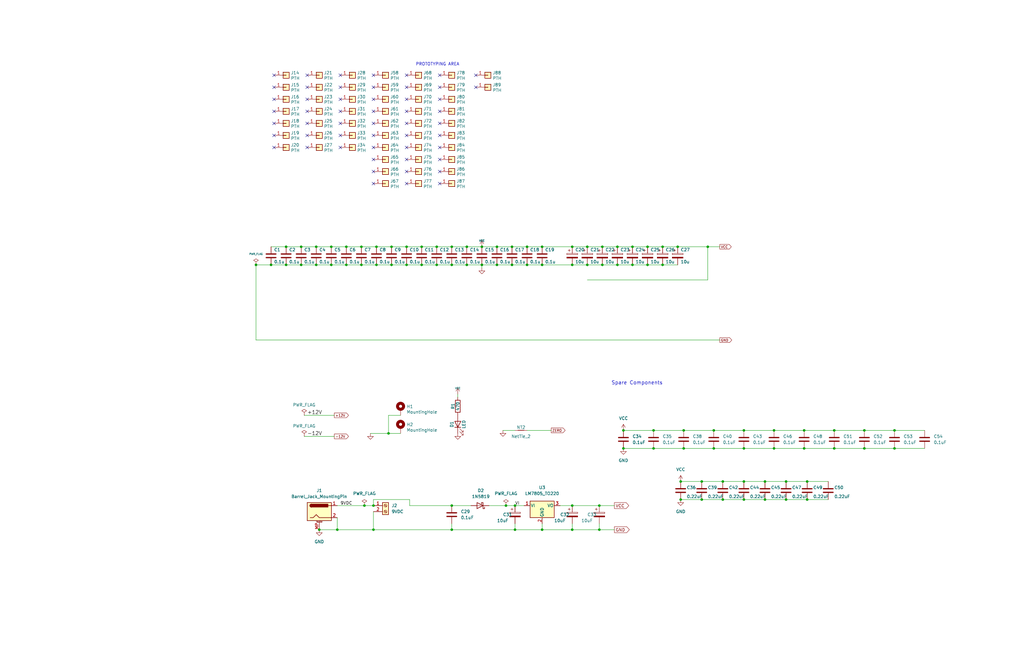
<source format=kicad_sch>
(kicad_sch (version 20211123) (generator eeschema)
  (paper "B")
  (lib_symbols
    (symbol "Connector:Barrel_Jack_MountingPin" (pin_names hide)
      (property "Reference" "J" (at 0 5.334 0))
      (property "Value" "Barrel_Jack_MountingPin" (at 1.27 -6.35 0))
      (symbol "Barrel_Jack_MountingPin_0_1"
        (rectangle (start -5.08 3.81) (end 5.08 -3.81) (stroke (width 0.254)) (fill (type background)))
        (arc (start -3.302 3.175) (mid -3.937 2.54) (end -3.302 1.905) (stroke (width 0.254)))
        (arc (start -3.302 3.175) (mid -3.937 2.54) (end -3.302 1.905) (stroke (width 0.254)) (fill (type outline)))
        (polyline (pts (xy 5.08 2.54) (xy 3.81 2.54)) (stroke (width 0.254)))
        (polyline (pts (xy -3.81 -2.54) (xy -2.54 -2.54) (xy -1.27 -1.27) (xy 0 -2.54) (xy 2.54 -2.54) (xy 5.08 -2.54)) (stroke (width 0.254)))
        (rectangle (start 3.683 3.175) (end -3.302 1.905) (stroke (width 0.254)) (fill (type outline)))
      )
      (symbol "Barrel_Jack_MountingPin_1_1"
        (polyline (pts (xy -1.016 -4.572) (xy 1.016 -4.572)) (stroke (width 0.1524)))
        (text "Mounting" (at 0 -4.191 0) (effects (font (size 0.381 0.381))))
        (pin passive line (at 7.62 2.54 180) (length 2.54) (name "~") (number "1"))
        (pin passive line (at 7.62 -2.54 180) (length 2.54) (name "~") (number "2"))
        (pin passive line (at 0 -7.62 90) (length 3.048) (name "MountPin") (number "MP"))
      )
    )
    (symbol "Connector:Screw_Terminal_01x02" (pin_names (offset 1.016) hide)
      (property "Reference" "J" (at 0 2.54 0))
      (property "Value" "Screw_Terminal_01x02" (at 0 -5.08 0))
      (symbol "Screw_Terminal_01x02_1_1"
        (rectangle (start -1.27 1.27) (end 1.27 -3.81) (stroke (width 0.254)) (fill (type background)))
        (circle (center 0 -2.54) (radius 0.635) (stroke (width 0.1524)))
        (polyline (pts (xy -0.5334 -2.2098) (xy 0.3302 -3.048)) (stroke (width 0.1524)))
        (polyline (pts (xy -0.5334 0.3302) (xy 0.3302 -0.508)) (stroke (width 0.1524)))
        (polyline (pts (xy -0.3556 -2.032) (xy 0.508 -2.8702)) (stroke (width 0.1524)))
        (polyline (pts (xy -0.3556 0.508) (xy 0.508 -0.3302)) (stroke (width 0.1524)))
        (circle (center 0 0) (radius 0.635) (stroke (width 0.1524)))
        (pin passive line (at -5.08 0 0) (length 3.81) (name "Pin_1") (number "1"))
        (pin passive line (at -5.08 -2.54 0) (length 3.81) (name "Pin_2") (number "2"))
      )
    )
    (symbol "Connector_Generic:Conn_01x01" (pin_names (offset 1.016) hide)
      (property "Reference" "J" (at 0 2.54 0))
      (property "Value" "Conn_01x01" (at 0 -2.54 0))
      (symbol "Conn_01x01_1_1"
        (rectangle (start -1.27 0.127) (end 0 -0.127) (stroke (width 0.1524)))
        (rectangle (start -1.27 1.27) (end 1.27 -1.27) (stroke (width 0.254)) (fill (type background)))
        (pin passive line (at -5.08 0 0) (length 3.81) (name "Pin_1") (number "1"))
      )
    )
    (symbol "Device:C" (pin_numbers hide) (pin_names (offset 0.254))
      (property "Reference" "C" (at 0.635 2.54 0))
      (property "Value" "C" (at 0.635 -2.54 0))
      (symbol "C_0_1"
        (polyline (pts (xy -2.032 -0.762) (xy 2.032 -0.762)) (stroke (width 0.508)))
        (polyline (pts (xy -2.032 0.762) (xy 2.032 0.762)) (stroke (width 0.508)))
      )
      (symbol "C_1_1"
        (pin passive line (at 0 3.81 270) (length 2.794) (name "~") (number "1"))
        (pin passive line (at 0 -3.81 90) (length 2.794) (name "~") (number "2"))
      )
    )
    (symbol "Device:C_Polarized" (pin_numbers hide) (pin_names (offset 0.254))
      (property "Reference" "C" (at 0.635 2.54 0))
      (property "Value" "C_Polarized" (at 0.635 -2.54 0))
      (symbol "C_Polarized_0_1"
        (rectangle (start -2.286 0.508) (end 2.286 1.016))
        (polyline (pts (xy -1.778 2.286) (xy -0.762 2.286)))
        (polyline (pts (xy -1.27 2.794) (xy -1.27 1.778)))
        (rectangle (start 2.286 -0.508) (end -2.286 -1.016) (fill (type outline)))
      )
      (symbol "C_Polarized_1_1"
        (pin passive line (at 0 3.81 270) (length 2.794) (name "~") (number "1"))
        (pin passive line (at 0 -3.81 90) (length 2.794) (name "~") (number "2"))
      )
    )
    (symbol "Device:LED" (pin_numbers hide) (pin_names (offset 1.016) hide)
      (property "Reference" "D" (at 0 2.54 0))
      (property "Value" "LED" (at 0 -2.54 0))
      (symbol "LED_0_1"
        (polyline (pts (xy -1.27 -1.27) (xy -1.27 1.27)) (stroke (width 0.254)))
        (polyline (pts (xy -1.27 0) (xy 1.27 0)))
        (polyline (pts (xy 1.27 -1.27) (xy 1.27 1.27) (xy -1.27 0) (xy 1.27 -1.27)) (stroke (width 0.254)))
        (polyline (pts (xy -3.048 -0.762) (xy -4.572 -2.286) (xy -3.81 -2.286) (xy -4.572 -2.286) (xy -4.572 -1.524)))
        (polyline (pts (xy -1.778 -0.762) (xy -3.302 -2.286) (xy -2.54 -2.286) (xy -3.302 -2.286) (xy -3.302 -1.524)))
      )
      (symbol "LED_1_1"
        (pin passive line (at -3.81 0 0) (length 2.54) (name "K") (number "1"))
        (pin passive line (at 3.81 0 180) (length 2.54) (name "A") (number "2"))
      )
    )
    (symbol "Device:NetTie_2" (pin_numbers hide) (pin_names (offset 0) hide) (in_bom no)
      (property "Reference" "NT" (at 0 1.27 0))
      (property "Value" "NetTie_2" (at 0 -1.27 0))
      (symbol "NetTie_2_0_1"
        (polyline (pts (xy -1.27 0) (xy 1.27 0)) (stroke (width 0.254)))
      )
      (symbol "NetTie_2_1_1"
        (pin passive line (at -2.54 0 0) (length 2.54) (name "1") (number "1"))
        (pin passive line (at 2.54 0 180) (length 2.54) (name "2") (number "2"))
      )
    )
    (symbol "Device:R" (pin_numbers hide) (pin_names (offset 0))
      (property "Reference" "R" (at 2.032 0 90))
      (property "Value" "R" (at 0 0 90))
      (symbol "R_0_1"
        (rectangle (start -1.016 -2.54) (end 1.016 2.54) (stroke (width 0.254)))
      )
      (symbol "R_1_1"
        (pin passive line (at 0 3.81 270) (length 1.27) (name "~") (number "1"))
        (pin passive line (at 0 -3.81 90) (length 1.27) (name "~") (number "2"))
      )
    )
    (symbol "Diode:1N5819" (pin_numbers hide) (pin_names (offset 1.016) hide)
      (property "Reference" "D" (at 0 2.54 0))
      (property "Value" "1N5819" (at 0 -2.54 0))
      (symbol "1N5819_0_1"
        (polyline (pts (xy 1.27 0) (xy -1.27 0)))
        (polyline (pts (xy 1.27 1.27) (xy 1.27 -1.27) (xy -1.27 0) (xy 1.27 1.27)) (stroke (width 0.254)))
        (polyline (pts (xy -1.905 0.635) (xy -1.905 1.27) (xy -1.27 1.27) (xy -1.27 -1.27) (xy -0.635 -1.27) (xy -0.635 -0.635)) (stroke (width 0.254)))
      )
      (symbol "1N5819_1_1"
        (pin passive line (at -3.81 0 0) (length 2.54) (name "K") (number "1"))
        (pin passive line (at 3.81 0 180) (length 2.54) (name "A") (number "2"))
      )
    )
    (symbol "Mechanical:MountingHole_Pad" (pin_numbers hide) (pin_names (offset 1.016) hide)
      (property "Reference" "H" (at 0 6.35 0))
      (property "Value" "MountingHole_Pad" (at 0 4.445 0))
      (symbol "MountingHole_Pad_0_1"
        (circle (center 0 1.27) (radius 1.27) (stroke (width 1.27)))
      )
      (symbol "MountingHole_Pad_1_1"
        (pin input line (at 0 -2.54 90) (length 2.54) (name "1") (number "1"))
      )
    )
    (symbol "Regulator_Linear:LM7805_TO220" (pin_names (offset 0.254))
      (property "Reference" "U" (at -3.81 3.175 0))
      (property "Value" "LM7805_TO220" (at 0 3.175 0))
      (symbol "LM7805_TO220_0_1"
        (rectangle (start -5.08 1.905) (end 5.08 -5.08) (stroke (width 0.254)) (fill (type background)))
      )
      (symbol "LM7805_TO220_1_1"
        (pin power_in line (at -7.62 0 0) (length 2.54) (name "VI") (number "1"))
        (pin power_in line (at 0 -7.62 90) (length 2.54) (name "GND") (number "2"))
        (pin power_out line (at 7.62 0 180) (length 2.54) (name "VO") (number "3"))
      )
    )
    (symbol "power:GND" (power) (pin_names (offset 0))
      (property "Value" "GND" (at 0 -3.81 0))
      (symbol "GND_0_1"
        (polyline (pts (xy 0 0) (xy 0 -1.27) (xy 1.27 -1.27) (xy 0 -2.54) (xy -1.27 -1.27) (xy 0 -1.27)))
      )
      (symbol "GND_1_1"
        (pin power_in line (at 0 0 270) (length 0) hide (name "GND") (number "1"))
      )
    )
    (symbol "power:PWR_FLAG" (power) (pin_numbers hide) (pin_names (offset 0) hide)
      (property "Value" "PWR_FLAG" (at 0 3.81 0))
      (symbol "PWR_FLAG_0_0"
        (pin power_out line (at 0 0 90) (length 0) (name "pwr") (number "1"))
      )
      (symbol "PWR_FLAG_0_1"
        (polyline (pts (xy 0 0) (xy 0 1.27) (xy -1.016 1.905) (xy 0 2.54) (xy 1.016 1.905) (xy 0 1.27)))
      )
    )
    (symbol "power:VCC" (power) (pin_names (offset 0))
      (property "Value" "VCC" (at 0 3.81 0))
      (symbol "VCC_0_1"
        (polyline (pts (xy -0.762 1.27) (xy 0 2.54)))
        (polyline (pts (xy 0 0) (xy 0 2.54)))
        (polyline (pts (xy 0 2.54) (xy 0.762 1.27)))
      )
      (symbol "VCC_1_1"
        (pin power_in line (at 0 0 90) (length 0) hide (name "VCC") (number "1"))
      )
    )
  )
  (junction (at 288.29 181.61))
  (junction (at 157.48 223.52))
  (junction (at 273.05 104.14))
  (junction (at 339.09 181.61))
  (junction (at 275.59 189.23))
  (junction (at 364.49 181.61))
  (junction (at 241.3 111.76))
  (junction (at 279.4 111.76))
  (junction (at 275.59 181.61))
  (junction (at 127 104.14))
  (junction (at 262.89 189.23))
  (junction (at 228.6 104.14))
  (junction (at 241.3 213.36))
  (junction (at 285.75 104.14))
  (junction (at 177.8 104.14))
  (junction (at 217.17 213.36))
  (junction (at 203.2 104.14))
  (junction (at 304.8 210.82))
  (junction (at 287.02 210.82))
  (junction (at 351.79 189.23))
  (junction (at 152.4 104.14))
  (junction (at 203.2 111.76))
  (junction (at 222.25 104.14))
  (junction (at 247.65 104.14))
  (junction (at 152.4 111.76))
  (junction (at 196.85 104.14))
  (junction (at 215.9 111.76))
  (junction (at 241.3 223.52))
  (junction (at 209.55 104.14))
  (junction (at 209.55 111.76))
  (junction (at 260.35 111.76))
  (junction (at 196.85 111.76))
  (junction (at 377.19 189.23))
  (junction (at 288.29 189.23))
  (junction (at 331.47 210.82))
  (junction (at 241.3 104.14))
  (junction (at 165.1 104.14))
  (junction (at 139.7 104.14))
  (junction (at 127 111.76))
  (junction (at 287.02 203.2))
  (junction (at 326.39 181.61))
  (junction (at 300.99 181.61))
  (junction (at 114.3 111.76))
  (junction (at 260.35 104.14))
  (junction (at 157.48 213.36))
  (junction (at 177.8 111.76))
  (junction (at 142.24 223.52))
  (junction (at 313.69 210.82))
  (junction (at 163.83 182.88))
  (junction (at 377.19 181.61))
  (junction (at 351.79 181.61))
  (junction (at 304.8 203.2))
  (junction (at 107.95 111.76))
  (junction (at 262.89 181.61))
  (junction (at 171.45 104.14))
  (junction (at 340.36 203.2))
  (junction (at 190.5 104.14))
  (junction (at 184.15 104.14))
  (junction (at 266.7 111.76))
  (junction (at 295.91 210.82))
  (junction (at 252.73 223.52))
  (junction (at 158.75 104.14))
  (junction (at 331.47 203.2))
  (junction (at 133.35 111.76))
  (junction (at 339.09 189.23))
  (junction (at 171.45 111.76))
  (junction (at 165.1 111.76))
  (junction (at 279.4 104.14))
  (junction (at 298.45 104.14))
  (junction (at 300.99 189.23))
  (junction (at 266.7 104.14))
  (junction (at 247.65 111.76))
  (junction (at 146.05 104.14))
  (junction (at 313.69 189.23))
  (junction (at 322.58 210.82))
  (junction (at 228.6 111.76))
  (junction (at 184.15 111.76))
  (junction (at 215.9 104.14))
  (junction (at 313.69 181.61))
  (junction (at 190.5 111.76))
  (junction (at 153.67 213.36))
  (junction (at 217.17 223.52))
  (junction (at 254 104.14))
  (junction (at 133.35 104.14))
  (junction (at 213.36 213.36))
  (junction (at 273.05 111.76))
  (junction (at 228.6 223.52))
  (junction (at 252.73 213.36))
  (junction (at 190.5 213.36))
  (junction (at 190.5 223.52))
  (junction (at 146.05 111.76))
  (junction (at 254 111.76))
  (junction (at 134.62 223.52))
  (junction (at 326.39 189.23))
  (junction (at 222.25 111.76))
  (junction (at 364.49 189.23))
  (junction (at 139.7 111.76))
  (junction (at 313.69 203.2))
  (junction (at 295.91 203.2))
  (junction (at 322.58 203.2))
  (junction (at 120.65 111.76))
  (junction (at 158.75 111.76))
  (junction (at 120.65 104.14))
  (junction (at 340.36 210.82))
  (no_connect (at 185.42 41.91))
  (no_connect (at 129.54 41.91))
  (no_connect (at 157.48 62.23))
  (no_connect (at 157.48 72.39))
  (no_connect (at 185.42 46.99))
  (no_connect (at 157.48 77.47))
  (no_connect (at 185.42 36.83))
  (no_connect (at 115.57 46.99))
  (no_connect (at 157.48 46.99))
  (no_connect (at 115.57 62.23))
  (no_connect (at 129.54 62.23))
  (no_connect (at 157.48 52.07))
  (no_connect (at 129.54 31.75))
  (no_connect (at 185.42 62.23))
  (no_connect (at 171.45 52.07))
  (no_connect (at 115.57 31.75))
  (no_connect (at 115.57 36.83))
  (no_connect (at 143.51 52.07))
  (no_connect (at 157.48 41.91))
  (no_connect (at 143.51 46.99))
  (no_connect (at 185.42 52.07))
  (no_connect (at 200.66 36.83))
  (no_connect (at 185.42 77.47))
  (no_connect (at 185.42 57.15))
  (no_connect (at 143.51 62.23))
  (no_connect (at 143.51 36.83))
  (no_connect (at 129.54 36.83))
  (no_connect (at 115.57 52.07))
  (no_connect (at 171.45 31.75))
  (no_connect (at 185.42 72.39))
  (no_connect (at 143.51 57.15))
  (no_connect (at 157.48 36.83))
  (no_connect (at 185.42 67.31))
  (no_connect (at 157.48 67.31))
  (no_connect (at 171.45 36.83))
  (no_connect (at 171.45 57.15))
  (no_connect (at 157.48 57.15))
  (no_connect (at 129.54 46.99))
  (no_connect (at 171.45 41.91))
  (no_connect (at 171.45 67.31))
  (no_connect (at 200.66 31.75))
  (no_connect (at 157.48 31.75))
  (no_connect (at 143.51 31.75))
  (no_connect (at 115.57 57.15))
  (no_connect (at 129.54 52.07))
  (no_connect (at 185.42 31.75))
  (no_connect (at 171.45 62.23))
  (no_connect (at 171.45 46.99))
  (no_connect (at 129.54 57.15))
  (no_connect (at 171.45 77.47))
  (no_connect (at 171.45 72.39))
  (no_connect (at 143.51 41.91))
  (no_connect (at 115.57 41.91))
  (wire (pts (xy 152.4 111.76) (xy 158.75 111.76)))
  (wire (pts (xy 153.67 213.36) (xy 157.48 213.36)))
  (wire (pts (xy 133.35 111.76) (xy 139.7 111.76)))
  (wire (pts (xy 331.47 203.2) (xy 340.36 203.2)))
  (wire (pts (xy 213.36 213.36) (xy 217.17 213.36)))
  (wire (pts (xy 206.2233 213.36) (xy 213.36 213.36)))
  (wire (pts (xy 158.75 104.14) (xy 152.4 104.14)))
  (wire (pts (xy 222.25 111.76) (xy 228.6 111.76)))
  (wire (pts (xy 203.2 111.76) (xy 209.55 111.76)))
  (wire (pts (xy 377.19 181.61) (xy 389.89 181.61)))
  (wire (pts (xy 351.79 189.23) (xy 364.49 189.23)))
  (wire (pts (xy 266.7 111.76) (xy 273.05 111.76)))
  (wire (pts (xy 295.91 203.2) (xy 304.8 203.2)))
  (wire (pts (xy 377.19 189.23) (xy 389.89 189.23)))
  (wire (pts (xy 157.48 213.36) (xy 157.48 210.82)))
  (wire (pts (xy 190.5 111.76) (xy 196.85 111.76)))
  (wire (pts (xy 236.22 213.36) (xy 241.3 213.36)))
  (wire (pts (xy 212.09 181.61) (xy 217.17 181.61)))
  (wire (pts (xy 351.79 181.61) (xy 364.49 181.61)))
  (wire (pts (xy 275.59 189.23) (xy 288.29 189.23)))
  (wire (pts (xy 168.91 182.88) (xy 163.83 182.88)))
  (wire (pts (xy 128.27 175.26) (xy 140.97 175.26)))
  (wire (pts (xy 165.1 104.14) (xy 158.75 104.14)))
  (wire (pts (xy 157.48 210.82) (xy 172.72 210.82)))
  (wire (pts (xy 262.89 189.23) (xy 275.59 189.23)))
  (wire (pts (xy 142.24 223.52) (xy 134.62 223.52)))
  (wire (pts (xy 217.17 223.52) (xy 228.6 223.52)))
  (wire (pts (xy 254 111.76) (xy 260.35 111.76)))
  (wire (pts (xy 222.25 104.14) (xy 228.6 104.14)))
  (wire (pts (xy 241.3 223.52) (xy 252.73 223.52)))
  (wire (pts (xy 275.59 181.61) (xy 288.29 181.61)))
  (wire (pts (xy 252.73 223.52) (xy 259.08 223.52)))
  (wire (pts (xy 300.99 189.23) (xy 313.69 189.23)))
  (wire (pts (xy 190.5 213.36) (xy 198.6033 213.36)))
  (wire (pts (xy 313.69 210.82) (xy 322.58 210.82)))
  (wire (pts (xy 142.24 218.44) (xy 142.24 223.52)))
  (wire (pts (xy 241.3 104.14) (xy 247.65 104.14)))
  (wire (pts (xy 252.73 220.98) (xy 252.73 223.52)))
  (wire (pts (xy 228.6 223.52) (xy 241.3 223.52)))
  (wire (pts (xy 247.65 111.76) (xy 254 111.76)))
  (wire (pts (xy 260.35 104.14) (xy 266.7 104.14)))
  (wire (pts (xy 326.39 189.23) (xy 339.09 189.23)))
  (wire (pts (xy 157.48 215.9) (xy 157.48 223.52)))
  (wire (pts (xy 304.8 210.82) (xy 313.69 210.82)))
  (wire (pts (xy 196.85 111.76) (xy 203.2 111.76)))
  (wire (pts (xy 339.09 181.61) (xy 351.79 181.61)))
  (wire (pts (xy 209.55 104.14) (xy 215.9 104.14)))
  (wire (pts (xy 313.69 203.2) (xy 322.58 203.2)))
  (wire (pts (xy 158.75 111.76) (xy 165.1 111.76)))
  (wire (pts (xy 107.95 111.76) (xy 114.3 111.76)))
  (wire (pts (xy 228.6 104.14) (xy 241.3 104.14)))
  (wire (pts (xy 203.2 104.14) (xy 209.55 104.14)))
  (wire (pts (xy 120.65 104.14) (xy 114.3 104.14)))
  (wire (pts (xy 295.91 210.82) (xy 304.8 210.82)))
  (wire (pts (xy 322.58 203.2) (xy 331.47 203.2)))
  (wire (pts (xy 184.15 104.14) (xy 190.5 104.14)))
  (wire (pts (xy 364.49 189.23) (xy 377.19 189.23)))
  (wire (pts (xy 171.45 104.14) (xy 177.8 104.14)))
  (wire (pts (xy 128.27 184.15) (xy 140.97 184.15)))
  (wire (pts (xy 260.35 111.76) (xy 266.7 111.76)))
  (wire (pts (xy 340.36 203.2) (xy 349.25 203.2)))
  (wire (pts (xy 228.6 220.98) (xy 228.6 223.52)))
  (wire (pts (xy 127 111.76) (xy 133.35 111.76)))
  (wire (pts (xy 279.4 104.14) (xy 285.75 104.14)))
  (wire (pts (xy 298.45 118.11) (xy 298.45 104.14)))
  (wire (pts (xy 127 104.14) (xy 120.65 104.14)))
  (wire (pts (xy 190.5 223.52) (xy 217.17 223.52)))
  (wire (pts (xy 273.05 111.76) (xy 279.4 111.76)))
  (wire (pts (xy 142.24 213.36) (xy 153.67 213.36)))
  (wire (pts (xy 331.47 210.82) (xy 340.36 210.82)))
  (wire (pts (xy 139.7 111.76) (xy 146.05 111.76)))
  (wire (pts (xy 114.3 111.76) (xy 120.65 111.76)))
  (wire (pts (xy 364.49 181.61) (xy 377.19 181.61)))
  (wire (pts (xy 215.9 111.76) (xy 222.25 111.76)))
  (wire (pts (xy 288.29 181.61) (xy 300.99 181.61)))
  (wire (pts (xy 247.65 118.11) (xy 298.45 118.11)))
  (wire (pts (xy 279.4 111.76) (xy 285.75 111.76)))
  (wire (pts (xy 142.24 223.52) (xy 157.48 223.52)))
  (wire (pts (xy 322.58 210.82) (xy 331.47 210.82)))
  (wire (pts (xy 217.17 220.98) (xy 217.17 223.52)))
  (wire (pts (xy 254 104.14) (xy 260.35 104.14)))
  (wire (pts (xy 107.95 143.51) (xy 303.53 143.51)))
  (wire (pts (xy 177.8 111.76) (xy 184.15 111.76)))
  (wire (pts (xy 252.73 213.36) (xy 259.08 213.36)))
  (wire (pts (xy 298.45 104.14) (xy 303.53 104.14)))
  (wire (pts (xy 326.39 181.61) (xy 339.09 181.61)))
  (wire (pts (xy 339.09 189.23) (xy 351.79 189.23)))
  (wire (pts (xy 152.4 104.14) (xy 146.05 104.14)))
  (wire (pts (xy 168.91 175.26) (xy 163.83 175.26)))
  (wire (pts (xy 203.2 111.76) (xy 203.2 113.03)))
  (wire (pts (xy 190.5 220.98) (xy 190.5 223.52)))
  (wire (pts (xy 133.35 104.14) (xy 127 104.14)))
  (wire (pts (xy 146.05 104.14) (xy 139.7 104.14)))
  (wire (pts (xy 107.95 111.76) (xy 107.95 143.51)))
  (wire (pts (xy 172.72 213.36) (xy 190.5 213.36)))
  (wire (pts (xy 184.15 111.76) (xy 190.5 111.76)))
  (wire (pts (xy 241.3 220.98) (xy 241.3 223.52)))
  (wire (pts (xy 172.72 210.82) (xy 172.72 213.36)))
  (wire (pts (xy 193.04 167.64) (xy 193.04 166.37)))
  (wire (pts (xy 300.99 181.61) (xy 313.69 181.61)))
  (wire (pts (xy 247.65 104.14) (xy 254 104.14)))
  (wire (pts (xy 313.69 181.61) (xy 326.39 181.61)))
  (wire (pts (xy 228.6 111.76) (xy 241.3 111.76)))
  (wire (pts (xy 241.3 213.36) (xy 252.73 213.36)))
  (wire (pts (xy 165.1 111.76) (xy 171.45 111.76)))
  (wire (pts (xy 262.89 181.61) (xy 275.59 181.61)))
  (wire (pts (xy 287.02 203.2) (xy 295.91 203.2)))
  (wire (pts (xy 288.29 189.23) (xy 300.99 189.23)))
  (wire (pts (xy 273.05 104.14) (xy 279.4 104.14)))
  (wire (pts (xy 304.8 203.2) (xy 313.69 203.2)))
  (wire (pts (xy 217.17 213.36) (xy 220.98 213.36)))
  (wire (pts (xy 171.45 104.14) (xy 165.1 104.14)))
  (wire (pts (xy 222.25 181.61) (xy 232.41 181.61)))
  (wire (pts (xy 266.7 104.14) (xy 273.05 104.14)))
  (wire (pts (xy 157.48 223.52) (xy 190.5 223.52)))
  (wire (pts (xy 190.5 104.14) (xy 196.85 104.14)))
  (wire (pts (xy 287.02 210.82) (xy 295.91 210.82)))
  (wire (pts (xy 177.8 104.14) (xy 184.15 104.14)))
  (wire (pts (xy 163.83 175.26) (xy 163.83 182.88)))
  (wire (pts (xy 139.7 104.14) (xy 133.35 104.14)))
  (wire (pts (xy 171.45 111.76) (xy 177.8 111.76)))
  (wire (pts (xy 241.3 111.76) (xy 247.65 111.76)))
  (wire (pts (xy 196.85 104.14) (xy 203.2 104.14)))
  (wire (pts (xy 340.36 210.82) (xy 349.25 210.82)))
  (wire (pts (xy 120.65 111.76) (xy 127 111.76)))
  (wire (pts (xy 215.9 104.14) (xy 222.25 104.14)))
  (wire (pts (xy 313.69 189.23) (xy 326.39 189.23)))
  (wire (pts (xy 146.05 111.76) (xy 152.4 111.76)))
  (wire (pts (xy 285.75 104.14) (xy 298.45 104.14)))
  (wire (pts (xy 209.55 111.76) (xy 215.9 111.76)))
  (wire (pts (xy 163.83 182.88) (xy 156.21 182.88)))
  (text "Spare Components" (at 257.81 162.56 0) (effects (font (size 1.524 1.524)) (justify left bottom)))
  (text "PROTOTYPING AREA" (at 175.26 27.94 0) (effects (font (size 1.27 1.27)) (justify left bottom)))
  (label "-12V" (at 129.54 184.15 0) (effects (font (size 1.524 1.524))))
  (label "+12V" (at 129.54 175.26 0) (effects (font (size 1.524 1.524))))
  (label "9VDC" (at 143.51 213.36 0))
  (label "VI" (at 217.17 213.36 0))
  (global_label "GND" (shape output) (at 259.08 223.52 0) (property "Intersheet References" "${INTERSHEET_REFS}" (effects hide)))
  (global_label "ZERO" (shape output) (at 232.41 181.61 0) (effects (font (size 1.016 1.016))) (property "Intersheet References" "${INTERSHEET_REFS}" (effects hide)))
  (global_label "VCC" (shape output) (at 303.53 104.14 0) (effects (font (size 1.016 1.016))) (property "Intersheet References" "${INTERSHEET_REFS}" (effects hide)))
  (global_label "+12V" (shape output) (at 140.97 175.26 0) (effects (font (size 1.016 1.016))) (property "Intersheet References" "${INTERSHEET_REFS}" (effects hide)))
  (global_label "GND" (shape output) (at 303.53 143.51 0) (effects (font (size 1.016 1.016))) (property "Intersheet References" "${INTERSHEET_REFS}" (effects hide)))
  (global_label "VCC" (shape output) (at 259.08 213.36 0) (property "Intersheet References" "${INTERSHEET_REFS}" (effects hide)))
  (global_label "-12V" (shape output) (at 140.97 184.15 0) (effects (font (size 1.016 1.016))) (property "Intersheet References" "${INTERSHEET_REFS}" (effects hide)))
  (symbol (lib_id "Device:C_Polarized") (at 285.75 107.95 0) (unit 1)
    (property "Reference" "C27" (at 287.02 105.41 0) (effects (justify left)))
    (property "Value" "10u" (at 287.02 110.49 0) (effects (justify left)))
    (property "Footprint" "Capacitor_THT:CP_Radial_D5.0mm_P2.50mm" (effects hide))
  )
  (symbol (lib_id "Device:C") (at 114.3 107.95 0) (unit 1)
    (property "Reference" "C1" (at 115.57 105.41 0) (effects (justify left)))
    (property "Value" "0.1u" (at 115.57 110.49 0) (effects (justify left)))
    (property "Footprint" "Capacitor_THT:C_Disc_D5.0mm_W2.5mm_P5.00mm" (effects hide))
  )
  (symbol (lib_id "power:GND") (at 203.2 113.03 0) (unit 1)
    (property "Reference" "#PWR05" (effects hide))
    (property "Value" "GND" (effects hide))
  )
  (symbol (lib_id "power:VCC") (at 203.2 104.14 0) (unit 1)
    (property "Reference" "#PWR04" (effects hide))
    (property "Value" "VCC" (at 203.2 101.6 0) (effects (font (size 0.762 0.762))))
  )
  (symbol (lib_id "Device:C") (at 215.9 107.95 0) (unit 1)
    (property "Reference" "C17" (at 217.17 105.41 0) (effects (justify left)))
    (property "Value" "0.1u" (at 217.17 110.49 0) (effects (justify left)))
    (property "Footprint" "Capacitor_THT:C_Disc_D5.0mm_W2.5mm_P5.00mm" (effects hide))
  )
  (symbol (lib_id "Device:C") (at 165.1 107.95 0) (unit 1)
    (property "Reference" "C9" (at 166.37 105.41 0) (effects (justify left)))
    (property "Value" "0.1u" (at 166.37 110.49 0) (effects (justify left)))
    (property "Footprint" "Capacitor_THT:C_Disc_D5.0mm_W2.5mm_P5.00mm" (effects hide))
  )
  (symbol (lib_id "Device:C") (at 171.45 107.95 0) (unit 1)
    (property "Reference" "C10" (at 172.72 105.41 0) (effects (justify left)))
    (property "Value" "0.1u" (at 172.72 110.49 0) (effects (justify left)))
    (property "Footprint" "Capacitor_THT:C_Disc_D5.0mm_W2.5mm_P5.00mm" (effects hide))
  )
  (symbol (lib_id "Device:C_Polarized") (at 266.7 107.95 0) (unit 1)
    (property "Reference" "C24" (at 267.97 105.41 0) (effects (justify left)))
    (property "Value" "10u" (at 267.97 110.49 0) (effects (justify left)))
    (property "Footprint" "Capacitor_THT:CP_Radial_D5.0mm_P2.50mm" (effects hide))
  )
  (symbol (lib_id "Device:C_Polarized") (at 273.05 107.95 0) (unit 1)
    (property "Reference" "C25" (at 274.32 105.41 0) (effects (justify left)))
    (property "Value" "10u" (at 274.32 110.49 0) (effects (justify left)))
    (property "Footprint" "Capacitor_THT:CP_Radial_D5.0mm_P2.50mm" (effects hide))
  )
  (symbol (lib_id "Device:C") (at 127 107.95 0) (unit 1)
    (property "Reference" "C3" (at 128.27 105.41 0) (effects (justify left)))
    (property "Value" "0.1u" (at 128.27 110.49 0) (effects (justify left)))
    (property "Footprint" "Capacitor_THT:C_Disc_D5.0mm_W2.5mm_P5.00mm" (effects hide))
  )
  (symbol (lib_id "Device:C") (at 133.35 107.95 0) (unit 1)
    (property "Reference" "C4" (at 134.62 105.41 0) (effects (justify left)))
    (property "Value" "0.1u" (at 134.62 110.49 0) (effects (justify left)))
    (property "Footprint" "Capacitor_THT:C_Disc_D5.0mm_W2.5mm_P5.00mm" (effects hide))
  )
  (symbol (lib_id "Device:C") (at 139.7 107.95 0) (unit 1)
    (property "Reference" "C5" (at 140.97 105.41 0) (effects (justify left)))
    (property "Value" "0.1u" (at 140.97 110.49 0) (effects (justify left)))
    (property "Footprint" "Capacitor_THT:C_Disc_D5.0mm_W2.5mm_P5.00mm" (effects hide))
  )
  (symbol (lib_id "power:GND") (at 193.04 182.88 0) (unit 1)
    (property "Reference" "#PWR03" (effects hide))
    (property "Value" "GND" (effects hide))
  )
  (symbol (lib_id "Device:C") (at 152.4 107.95 0) (unit 1)
    (property "Reference" "C7" (at 153.67 105.41 0) (effects (justify left)))
    (property "Value" "0.1u" (at 153.67 110.49 0) (effects (justify left)))
    (property "Footprint" "Capacitor_THT:C_Disc_D5.0mm_W2.5mm_P5.00mm" (effects hide))
  )
  (symbol (lib_id "Device:C_Polarized") (at 279.4 107.95 0) (unit 1)
    (property "Reference" "C26" (at 280.67 105.41 0) (effects (justify left)))
    (property "Value" "10u" (at 280.67 110.49 0) (effects (justify left)))
    (property "Footprint" "Capacitor_THT:CP_Radial_D5.0mm_P2.50mm" (effects hide))
  )
  (symbol (lib_id "Device:C") (at 177.8 107.95 0) (unit 1)
    (property "Reference" "C11" (at 179.07 105.41 0) (effects (justify left)))
    (property "Value" "0.1u" (at 179.07 110.49 0) (effects (justify left)))
    (property "Footprint" "Capacitor_THT:C_Disc_D5.0mm_W2.5mm_P5.00mm" (effects hide))
  )
  (symbol (lib_id "Device:C") (at 184.15 107.95 0) (unit 1)
    (property "Reference" "C12" (at 185.42 105.41 0) (effects (justify left)))
    (property "Value" "0.1u" (at 185.42 110.49 0) (effects (justify left)))
    (property "Footprint" "Capacitor_THT:C_Disc_D5.0mm_W2.5mm_P5.00mm" (effects hide))
  )
  (symbol (lib_id "Device:C") (at 190.5 107.95 0) (unit 1)
    (property "Reference" "C13" (at 191.77 105.41 0) (effects (justify left)))
    (property "Value" "0.1u" (at 191.77 110.49 0) (effects (justify left)))
    (property "Footprint" "Capacitor_THT:C_Disc_D5.0mm_W2.5mm_P5.00mm" (effects hide))
  )
  (symbol (lib_id "power:GND") (at 212.09 181.61 0) (unit 1)
    (property "Reference" "#PWR07" (effects hide))
    (property "Value" "GND" (effects hide))
  )
  (symbol (lib_id "power:GND") (at 156.21 182.88 0) (unit 1)
    (property "Reference" "#PWR01" (effects hide))
    (property "Value" "GND" (effects hide))
  )
  (symbol (lib_id "Mechanical:MountingHole_Pad") (at 168.91 180.34 0) (unit 1)
    (property "Reference" "H2" (at 171.45 179.1716 0) (effects (justify left)))
    (property "Value" "MountingHole" (at 171.45 181.483 0) (effects (justify left)))
    (property "Footprint" "MountingHole:MountingHole_3.2mm_M3_Pad" (effects hide))
  )
  (symbol (lib_id "Device:C") (at 196.85 107.95 0) (unit 1)
    (property "Reference" "C14" (at 198.12 105.41 0) (effects (justify left)))
    (property "Value" "0.1u" (at 198.12 110.49 0) (effects (justify left)))
    (property "Footprint" "Capacitor_THT:C_Disc_D5.0mm_W2.5mm_P5.00mm" (effects hide))
  )
  (symbol (lib_id "Device:C") (at 203.2 107.95 0) (unit 1)
    (property "Reference" "C15" (at 204.47 105.41 0) (effects (justify left)))
    (property "Value" "0.1u" (at 204.47 110.49 0) (effects (justify left)))
    (property "Footprint" "Capacitor_THT:C_Disc_D5.0mm_W2.5mm_P5.00mm" (effects hide))
  )
  (symbol (lib_id "Mechanical:MountingHole_Pad") (at 168.91 172.72 0) (unit 1)
    (property "Reference" "H1" (at 171.45 171.5516 0) (effects (justify left)))
    (property "Value" "MountingHole" (at 171.45 173.863 0) (effects (justify left)))
    (property "Footprint" "MountingHole:MountingHole_3.2mm_M3_Pad" (effects hide))
  )
  (symbol (lib_id "power:PWR_FLAG") (at 128.27 175.26 0) (unit 1)
    (property "Reference" "#FLG02" (effects hide))
    (property "Value" "PWR_FLAG" (at 128.27 170.8658 0))
  )
  (symbol (lib_id "power:PWR_FLAG") (at 128.27 184.15 0) (unit 1)
    (property "Reference" "#FLG03" (effects hide))
    (property "Value" "PWR_FLAG" (at 128.27 179.7558 0))
  )
  (symbol (lib_id "Device:C_Polarized") (at 241.3 107.95 0) (unit 1)
    (property "Reference" "C20" (at 242.57 105.41 0) (effects (justify left)))
    (property "Value" "10u" (at 242.57 110.49 0) (effects (justify left)))
    (property "Footprint" "Capacitor_THT:CP_Radial_D5.0mm_P2.50mm" (effects hide))
  )
  (symbol (lib_id "Device:C_Polarized") (at 247.65 107.95 0) (unit 1)
    (property "Reference" "C21" (at 248.92 105.41 0) (effects (justify left)))
    (property "Value" "10u" (at 248.92 110.49 0) (effects (justify left)))
    (property "Footprint" "Capacitor_THT:CP_Radial_D5.0mm_P2.50mm" (effects hide))
  )
  (symbol (lib_id "Device:LED") (at 193.04 179.07 90) (unit 1)
    (property "Reference" "D1" (at 190.5 179.07 0))
    (property "Value" "LED" (at 195.58 179.07 0))
    (property "Footprint" "LED_THT:LED_D3.0mm_Horizontal_O3.81mm_Z2.0mm" (effects hide))
  )
  (symbol (lib_id "Device:R") (at 193.04 171.45 180) (unit 1)
    (property "Reference" "R1" (at 191.008 171.45 90))
    (property "Value" "470" (at 193.04 171.45 90))
    (property "Footprint" "Resistor_THT:R_Axial_DIN0207_L6.3mm_D2.5mm_P7.62mm_Horizontal" (effects hide))
  )
  (symbol (lib_id "Device:C") (at 120.65 107.95 0) (unit 1)
    (property "Reference" "C2" (at 121.92 105.41 0) (effects (justify left)))
    (property "Value" "0.1u" (at 121.92 110.49 0) (effects (justify left)))
    (property "Footprint" "Capacitor_THT:C_Disc_D5.0mm_W2.5mm_P5.00mm" (effects hide))
  )
  (symbol (lib_id "power:VCC") (at 193.04 166.37 0) (unit 1)
    (property "Reference" "#PWR02" (effects hide))
    (property "Value" "VCC" (at 193.04 163.83 0) (effects (font (size 0.762 0.762))))
  )
  (symbol (lib_id "Device:C") (at 146.05 107.95 0) (unit 1)
    (property "Reference" "C6" (at 147.32 105.41 0) (effects (justify left)))
    (property "Value" "0.1u" (at 147.32 110.49 0) (effects (justify left)))
    (property "Footprint" "Capacitor_THT:C_Disc_D5.0mm_W2.5mm_P5.00mm" (effects hide))
  )
  (symbol (lib_id "power:PWR_FLAG") (at 107.95 111.76 0) (unit 1)
    (property "Reference" "#FLG01" (effects hide))
    (property "Value" "PWR_FLAG" (at 107.95 107.188 0) (effects (font (size 0.762 0.762))))
  )
  (symbol (lib_id "Device:C") (at 228.6 107.95 0) (unit 1)
    (property "Reference" "C19" (at 229.87 105.41 0) (effects (justify left)))
    (property "Value" "0.1u" (at 229.87 110.49 0) (effects (justify left)))
    (property "Footprint" "Capacitor_THT:C_Disc_D5.0mm_W2.5mm_P5.00mm" (effects hide))
  )
  (symbol (lib_id "Device:C") (at 158.75 107.95 0) (unit 1)
    (property "Reference" "C8" (at 160.02 105.41 0) (effects (justify left)))
    (property "Value" "0.1u" (at 160.02 110.49 0) (effects (justify left)))
    (property "Footprint" "Capacitor_THT:C_Disc_D5.0mm_W2.5mm_P5.00mm" (effects hide))
  )
  (symbol (lib_id "Device:C") (at 222.25 107.95 0) (unit 1)
    (property "Reference" "C18" (at 223.52 105.41 0) (effects (justify left)))
    (property "Value" "0.1u" (at 223.52 110.49 0) (effects (justify left)))
    (property "Footprint" "Capacitor_THT:C_Disc_D5.0mm_W2.5mm_P5.00mm" (effects hide))
  )
  (symbol (lib_id "Device:C_Polarized") (at 254 107.95 0) (unit 1)
    (property "Reference" "C22" (at 255.27 105.41 0) (effects (justify left)))
    (property "Value" "10u" (at 255.27 110.49 0) (effects (justify left)))
    (property "Footprint" "Capacitor_THT:CP_Radial_D5.0mm_P2.50mm" (effects hide))
  )
  (symbol (lib_id "Device:C_Polarized") (at 260.35 107.95 0) (unit 1)
    (property "Reference" "C23" (at 261.62 105.41 0) (effects (justify left)))
    (property "Value" "10u" (at 261.62 110.49 0) (effects (justify left)))
    (property "Footprint" "Capacitor_THT:CP_Radial_D5.0mm_P2.50mm" (effects hide))
  )
  (symbol (lib_id "Device:C") (at 209.55 107.95 0) (unit 1)
    (property "Reference" "C16" (at 210.82 105.41 0) (effects (justify left)))
    (property "Value" "0.1u" (at 210.82 110.49 0) (effects (justify left)))
    (property "Footprint" "Capacitor_THT:C_Disc_D5.0mm_W2.5mm_P5.00mm" (effects hide))
  )
  (symbol (lib_id "Connector_Generic:Conn_01x01") (at 162.56 41.91 0) (unit 1)
    (property "Reference" "J60" (at 164.5412 40.8686 0) (effects (justify left)))
    (property "Value" "PTH" (at 164.5412 43.18 0) (effects (justify left)))
    (property "Footprint" "PTHelement:PTHelement" (effects hide))
  )
  (symbol (lib_id "Connector_Generic:Conn_01x01") (at 190.5 77.47 0) (unit 1)
    (property "Reference" "J87" (at 192.4812 76.4286 0) (effects (justify left)))
    (property "Value" "PTH" (at 192.4812 78.74 0) (effects (justify left)))
    (property "Footprint" "PTHelement:PTHelement" (effects hide))
  )
  (symbol (lib_id "Connector_Generic:Conn_01x01") (at 176.53 77.47 0) (unit 1)
    (property "Reference" "J77" (at 178.5112 76.4286 0) (effects (justify left)))
    (property "Value" "PTH" (at 178.5112 78.74 0) (effects (justify left)))
    (property "Footprint" "PTHelement:PTHelement" (effects hide))
  )
  (symbol (lib_id "Connector_Generic:Conn_01x01") (at 120.65 52.07 0) (unit 1)
    (property "Reference" "J18" (at 122.6312 51.0286 0) (effects (justify left)))
    (property "Value" "PTH" (at 122.6312 53.34 0) (effects (justify left)))
    (property "Footprint" "PTHelement:PTHelement" (effects hide))
  )
  (symbol (lib_id "Connector_Generic:Conn_01x01") (at 120.65 62.23 0) (unit 1)
    (property "Reference" "J20" (at 122.6312 61.1886 0) (effects (justify left)))
    (property "Value" "PTH" (at 122.6312 63.5 0) (effects (justify left)))
    (property "Footprint" "PTHelement:PTHelement" (effects hide))
  )
  (symbol (lib_id "Connector_Generic:Conn_01x01") (at 190.5 67.31 0) (unit 1)
    (property "Reference" "J85" (at 192.4812 66.2686 0) (effects (justify left)))
    (property "Value" "PTH" (at 192.4812 68.58 0) (effects (justify left)))
    (property "Footprint" "PTHelement:PTHelement" (effects hide))
  )
  (symbol (lib_id "Connector_Generic:Conn_01x01") (at 176.53 41.91 0) (unit 1)
    (property "Reference" "J70" (at 178.5112 40.8686 0) (effects (justify left)))
    (property "Value" "PTH" (at 178.5112 43.18 0) (effects (justify left)))
    (property "Footprint" "PTHelement:PTHelement" (effects hide))
  )
  (symbol (lib_id "Device:C_Polarized") (at 252.73 217.17 0) (unit 1)
    (property "Reference" "C33" (at 247.65 217.17 0) (effects (justify left)))
    (property "Value" "10uF" (at 245.11 219.71 0) (effects (justify left)))
    (property "Footprint" "Capacitor_THT:CP_Radial_D5.0mm_P2.50mm" (effects hide))
  )
  (symbol (lib_id "Connector_Generic:Conn_01x01") (at 176.53 72.39 0) (unit 1)
    (property "Reference" "J76" (at 178.5112 71.3486 0) (effects (justify left)))
    (property "Value" "PTH" (at 178.5112 73.66 0) (effects (justify left)))
    (property "Footprint" "PTHelement:PTHelement" (effects hide))
  )
  (symbol (lib_id "Connector_Generic:Conn_01x01") (at 134.62 62.23 0) (unit 1)
    (property "Reference" "J27" (at 136.6012 61.1886 0) (effects (justify left)))
    (property "Value" "PTH" (at 136.6012 63.5 0) (effects (justify left)))
    (property "Footprint" "PTHelement:PTHelement" (effects hide))
  )
  (symbol (lib_id "Connector_Generic:Conn_01x01") (at 134.62 31.75 0) (unit 1)
    (property "Reference" "J21" (at 136.6012 30.7086 0) (effects (justify left)))
    (property "Value" "PTH" (at 136.6012 33.02 0) (effects (justify left)))
    (property "Footprint" "PTHelement:PTHelement" (effects hide))
  )
  (symbol (lib_id "Connector_Generic:Conn_01x01") (at 148.59 36.83 0) (unit 1)
    (property "Reference" "J29" (at 150.5712 35.7886 0) (effects (justify left)))
    (property "Value" "PTH" (at 150.5712 38.1 0) (effects (justify left)))
    (property "Footprint" "PTHelement:PTHelement" (effects hide))
  )
  (symbol (lib_id "Connector_Generic:Conn_01x01") (at 148.59 41.91 0) (unit 1)
    (property "Reference" "J30" (at 150.5712 40.8686 0) (effects (justify left)))
    (property "Value" "PTH" (at 150.5712 43.18 0) (effects (justify left)))
    (property "Footprint" "PTHelement:PTHelement" (effects hide))
  )
  (symbol (lib_id "Connector_Generic:Conn_01x01") (at 205.74 31.75 0) (unit 1)
    (property "Reference" "J88" (at 207.7212 30.7086 0) (effects (justify left)))
    (property "Value" "PTH" (at 207.7212 33.02 0) (effects (justify left)))
    (property "Footprint" "PTHelement:PTHelement" (effects hide))
  )
  (symbol (lib_id "Device:C") (at 349.25 207.01 0) (unit 1)
    (property "Reference" "C50" (at 351.79 205.74 0) (effects (justify left)))
    (property "Value" "0.22uF" (at 351.79 209.55 0) (effects (justify left)))
    (property "Footprint" "Capacitor_THT:C_Disc_D5.0mm_W2.5mm_P5.00mm" (effects hide))
  )
  (symbol (lib_id "Device:C") (at 295.91 207.01 0) (unit 1)
    (property "Reference" "C39" (at 298.45 205.74 0) (effects (justify left)))
    (property "Value" "0.22uF" (at 298.45 209.55 0) (effects (justify left)))
    (property "Footprint" "Capacitor_THT:C_Disc_D5.0mm_W2.5mm_P5.00mm" (effects hide))
  )
  (symbol (lib_id "Connector_Generic:Conn_01x01") (at 134.62 57.15 0) (unit 1)
    (property "Reference" "J26" (at 136.6012 56.1086 0) (effects (justify left)))
    (property "Value" "PTH" (at 136.6012 58.42 0) (effects (justify left)))
    (property "Footprint" "PTHelement:PTHelement" (effects hide))
  )
  (symbol (lib_id "Connector_Generic:Conn_01x01") (at 120.65 46.99 0) (unit 1)
    (property "Reference" "J17" (at 122.6312 45.9486 0) (effects (justify left)))
    (property "Value" "PTH" (at 122.6312 48.26 0) (effects (justify left)))
    (property "Footprint" "PTHelement:PTHelement" (effects hide))
  )
  (symbol (lib_id "Connector_Generic:Conn_01x01") (at 162.56 72.39 0) (unit 1)
    (property "Reference" "J66" (at 164.5412 71.3486 0) (effects (justify left)))
    (property "Value" "PTH" (at 164.5412 73.66 0) (effects (justify left)))
    (property "Footprint" "PTHelement:PTHelement" (effects hide))
  )
  (symbol (lib_id "Connector_Generic:Conn_01x01") (at 205.74 36.83 0) (unit 1)
    (property "Reference" "J89" (at 207.7212 35.7886 0) (effects (justify left)))
    (property "Value" "PTH" (at 207.7212 38.1 0) (effects (justify left)))
    (property "Footprint" "PTHelement:PTHelement" (effects hide))
  )
  (symbol (lib_id "Connector_Generic:Conn_01x01") (at 120.65 57.15 0) (unit 1)
    (property "Reference" "J19" (at 122.6312 56.1086 0) (effects (justify left)))
    (property "Value" "PTH" (at 122.6312 58.42 0) (effects (justify left)))
    (property "Footprint" "PTHelement:PTHelement" (effects hide))
  )
  (symbol (lib_id "Connector_Generic:Conn_01x01") (at 148.59 46.99 0) (unit 1)
    (property "Reference" "J31" (at 150.5712 45.9486 0) (effects (justify left)))
    (property "Value" "PTH" (at 150.5712 48.26 0) (effects (justify left)))
    (property "Footprint" "PTHelement:PTHelement" (effects hide))
  )
  (symbol (lib_id "Device:C") (at 389.89 185.42 0) (unit 1)
    (property "Reference" "C54" (at 393.7 184.1499 0) (effects (justify left)))
    (property "Value" "0.1uF" (at 393.7 186.6899 0) (effects (justify left)))
    (property "Footprint" "Capacitor_THT:C_Disc_D5.0mm_W2.5mm_P5.00mm" (effects hide))
  )
  (symbol (lib_id "Connector_Generic:Conn_01x01") (at 190.5 31.75 0) (unit 1)
    (property "Reference" "J78" (at 192.4812 30.7086 0) (effects (justify left)))
    (property "Value" "PTH" (at 192.4812 33.02 0) (effects (justify left)))
    (property "Footprint" "PTHelement:PTHelement" (effects hide))
  )
  (symbol (lib_id "Connector_Generic:Conn_01x01") (at 176.53 52.07 0) (unit 1)
    (property "Reference" "J72" (at 178.5112 51.0286 0) (effects (justify left)))
    (property "Value" "PTH" (at 178.5112 53.34 0) (effects (justify left)))
    (property "Footprint" "PTHelement:PTHelement" (effects hide))
  )
  (symbol (lib_id "Connector_Generic:Conn_01x01") (at 148.59 31.75 0) (unit 1)
    (property "Reference" "J28" (at 150.5712 30.7086 0) (effects (justify left)))
    (property "Value" "PTH" (at 150.5712 33.02 0) (effects (justify left)))
    (property "Footprint" "PTHelement:PTHelement" (effects hide))
  )
  (symbol (lib_id "Connector_Generic:Conn_01x01") (at 176.53 36.83 0) (unit 1)
    (property "Reference" "J69" (at 178.5112 35.7886 0) (effects (justify left)))
    (property "Value" "PTH" (at 178.5112 38.1 0) (effects (justify left)))
    (property "Footprint" "PTHelement:PTHelement" (effects hide))
  )
  (symbol (lib_id "Device:C") (at 351.79 185.42 0) (unit 1)
    (property "Reference" "C51" (at 355.6 184.1499 0) (effects (justify left)))
    (property "Value" "0.1uF" (at 355.6 186.6899 0) (effects (justify left)))
    (property "Footprint" "Capacitor_THT:C_Disc_D5.0mm_W2.5mm_P5.00mm" (effects hide))
  )
  (symbol (lib_id "Connector_Generic:Conn_01x01") (at 148.59 57.15 0) (unit 1)
    (property "Reference" "J33" (at 150.5712 56.1086 0) (effects (justify left)))
    (property "Value" "PTH" (at 150.5712 58.42 0) (effects (justify left)))
    (property "Footprint" "PTHelement:PTHelement" (effects hide))
  )
  (symbol (lib_id "power:GND") (at 262.89 189.23 0) (unit 1)
    (property "Reference" "#PWR023" (effects hide))
    (property "Value" "GND" (at 262.89 194.31 0))
  )
  (symbol (lib_id "power:VCC") (at 287.02 203.2 0) (unit 1)
    (property "Reference" "#PWR044" (effects hide))
    (property "Value" "VCC" (at 287.02 198.12 0))
  )
  (symbol (lib_id "Connector_Generic:Conn_01x01") (at 120.65 41.91 0) (unit 1)
    (property "Reference" "J16" (at 122.6312 40.8686 0) (effects (justify left)))
    (property "Value" "PTH" (at 122.6312 43.18 0) (effects (justify left)))
    (property "Footprint" "PTHelement:PTHelement" (effects hide))
  )
  (symbol (lib_id "Device:C") (at 339.09 185.42 0) (unit 1)
    (property "Reference" "C48" (at 342.9 184.1499 0) (effects (justify left)))
    (property "Value" "0.1uF" (at 342.9 186.6899 0) (effects (justify left)))
    (property "Footprint" "Capacitor_THT:C_Disc_D5.0mm_W2.5mm_P5.00mm" (effects hide))
  )
  (symbol (lib_id "Connector_Generic:Conn_01x01") (at 176.53 31.75 0) (unit 1)
    (property "Reference" "J68" (at 178.5112 30.7086 0) (effects (justify left)))
    (property "Value" "PTH" (at 178.5112 33.02 0) (effects (justify left)))
    (property "Footprint" "PTHelement:PTHelement" (effects hide))
  )
  (symbol (lib_id "power:VCC") (at 262.89 181.61 0) (unit 1)
    (property "Reference" "#PWR022" (effects hide))
    (property "Value" "VCC" (at 262.89 176.53 0))
  )
  (symbol (lib_id "Connector_Generic:Conn_01x01") (at 148.59 52.07 0) (unit 1)
    (property "Reference" "J32" (at 150.5712 51.0286 0) (effects (justify left)))
    (property "Value" "PTH" (at 150.5712 53.34 0) (effects (justify left)))
    (property "Footprint" "PTHelement:PTHelement" (effects hide))
  )
  (symbol (lib_id "Device:C") (at 288.29 185.42 0) (unit 1)
    (property "Reference" "C38" (at 292.1 184.1499 0) (effects (justify left)))
    (property "Value" "0.1uF" (at 292.1 186.6899 0) (effects (justify left)))
    (property "Footprint" "Capacitor_THT:C_Disc_D5.0mm_W2.5mm_P5.00mm" (effects hide))
  )
  (symbol (lib_id "Device:C") (at 313.69 185.42 0) (unit 1)
    (property "Reference" "C43" (at 317.5 184.1499 0) (effects (justify left)))
    (property "Value" "0.1uF" (at 317.5 186.6899 0) (effects (justify left)))
    (property "Footprint" "Capacitor_THT:C_Disc_D5.0mm_W2.5mm_P5.00mm" (effects hide))
  )
  (symbol (lib_id "Device:C") (at 190.5 217.17 0) (unit 1)
    (property "Reference" "C29" (at 194.31 215.8999 0) (effects (justify left)))
    (property "Value" "0.1uF" (at 194.31 218.4399 0) (effects (justify left)))
    (property "Footprint" "Capacitor_THT:C_Disc_D5.0mm_W2.5mm_P5.00mm" (effects hide))
  )
  (symbol (lib_id "Connector_Generic:Conn_01x01") (at 120.65 36.83 0) (unit 1)
    (property "Reference" "J15" (at 122.6312 35.7886 0) (effects (justify left)))
    (property "Value" "PTH" (at 122.6312 38.1 0) (effects (justify left)))
    (property "Footprint" "PTHelement:PTHelement" (effects hide))
  )
  (symbol (lib_id "Connector_Generic:Conn_01x01") (at 190.5 52.07 0) (unit 1)
    (property "Reference" "J82" (at 192.4812 51.0286 0) (effects (justify left)))
    (property "Value" "PTH" (at 192.4812 53.34 0) (effects (justify left)))
    (property "Footprint" "PTHelement:PTHelement" (effects hide))
  )
  (symbol (lib_id "Connector_Generic:Conn_01x01") (at 190.5 41.91 0) (unit 1)
    (property "Reference" "J80" (at 192.4812 40.8686 0) (effects (justify left)))
    (property "Value" "PTH" (at 192.4812 43.18 0) (effects (justify left)))
    (property "Footprint" "PTHelement:PTHelement" (effects hide))
  )
  (symbol (lib_id "Connector_Generic:Conn_01x01") (at 120.65 31.75 0) (unit 1)
    (property "Reference" "J14" (at 122.6312 30.7086 0) (effects (justify left)))
    (property "Value" "PTH" (at 122.6312 33.02 0) (effects (justify left)))
    (property "Footprint" "PTHelement:PTHelement" (effects hide))
  )
  (symbol (lib_id "power:GND") (at 287.02 210.82 0) (unit 1)
    (property "Reference" "#PWR047" (effects hide))
    (property "Value" "GND" (at 287.02 215.9 0))
  )
  (symbol (lib_id "Device:C") (at 331.47 207.01 0) (unit 1)
    (property "Reference" "C47" (at 334.01 205.74 0) (effects (justify left)))
    (property "Value" "0.22uF" (at 334.01 209.55 0) (effects (justify left)))
    (property "Footprint" "Capacitor_THT:C_Disc_D5.0mm_W2.5mm_P5.00mm" (effects hide))
  )
  (symbol (lib_id "Connector_Generic:Conn_01x01") (at 176.53 62.23 0) (unit 1)
    (property "Reference" "J74" (at 178.5112 61.1886 0) (effects (justify left)))
    (property "Value" "PTH" (at 178.5112 63.5 0) (effects (justify left)))
    (property "Footprint" "PTHelement:PTHelement" (effects hide))
  )
  (symbol (lib_id "power:PWR_FLAG") (at 153.67 213.36 0) (unit 1)
    (property "Reference" "#FLG05" (effects hide))
    (property "Value" "PWR_FLAG" (at 153.67 208.28 0))
  )
  (symbol (lib_id "Connector_Generic:Conn_01x01") (at 148.59 62.23 0) (unit 1)
    (property "Reference" "J34" (at 150.5712 61.1886 0) (effects (justify left)))
    (property "Value" "PTH" (at 150.5712 63.5 0) (effects (justify left)))
    (property "Footprint" "PTHelement:PTHelement" (effects hide))
  )
  (symbol (lib_id "Connector_Generic:Conn_01x01") (at 134.62 41.91 0) (unit 1)
    (property "Reference" "J23" (at 136.6012 40.8686 0) (effects (justify left)))
    (property "Value" "PTH" (at 136.6012 43.18 0) (effects (justify left)))
    (property "Footprint" "PTHelement:PTHelement" (effects hide))
  )
  (symbol (lib_id "Device:C") (at 304.8 207.01 0) (unit 1)
    (property "Reference" "C42" (at 307.34 205.74 0) (effects (justify left)))
    (property "Value" "0.22uF" (at 307.34 209.55 0) (effects (justify left)))
    (property "Footprint" "Capacitor_THT:C_Disc_D5.0mm_W2.5mm_P5.00mm" (effects hide))
  )
  (symbol (lib_id "Device:C") (at 275.59 185.42 0) (unit 1)
    (property "Reference" "C35" (at 279.4 184.1499 0) (effects (justify left)))
    (property "Value" "0.1uF" (at 279.4 186.6899 0) (effects (justify left)))
    (property "Footprint" "Capacitor_THT:C_Disc_D5.0mm_W2.5mm_P5.00mm" (effects hide))
  )
  (symbol (lib_id "Diode:1N5819") (at 202.4133 213.36 180) (unit 1)
    (property "Reference" "D2" (at 202.7308 207.01 0))
    (property "Value" "1N5819" (at 202.7308 209.55 0))
    (property "Footprint" "Diode_THT:D_DO-41_SOD81_P10.16mm_Horizontal" (effects hide))
    (property "Datasheet" "http://www.vishay.com/docs/88525/1n5817.pdf" (effects hide))
  )
  (symbol (lib_id "Device:C") (at 326.39 185.42 0) (unit 1)
    (property "Reference" "C46" (at 330.2 184.1499 0) (effects (justify left)))
    (property "Value" "0.1uF" (at 330.2 186.6899 0) (effects (justify left)))
    (property "Footprint" "Capacitor_THT:C_Disc_D5.0mm_W2.5mm_P5.00mm" (effects hide))
  )
  (symbol (lib_id "Device:C_Polarized") (at 217.17 217.17 0) (unit 1)
    (property "Reference" "C31" (at 212.09 217.17 0) (effects (justify left)))
    (property "Value" "10uF" (at 209.55 219.71 0) (effects (justify left)))
    (property "Footprint" "Capacitor_THT:CP_Radial_D5.0mm_P2.50mm" (effects hide))
  )
  (symbol (lib_id "Regulator_Linear:LM7805_TO220") (at 228.6 213.36 0) (unit 1)
    (property "Reference" "U3" (at 228.6 205.74 0))
    (property "Value" "LM7805_TO220" (at 228.6 208.28 0))
    (property "Footprint" "Package_TO_SOT_THT:TO-220-3_Vertical" (effects hide))
    (property "Datasheet" "https://www.onsemi.cn/PowerSolutions/document/MC7800-D.PDF" (effects hide))
  )
  (symbol (lib_id "Connector_Generic:Conn_01x01") (at 162.56 57.15 0) (unit 1)
    (property "Reference" "J63" (at 164.5412 56.1086 0) (effects (justify left)))
    (property "Value" "PTH" (at 164.5412 58.42 0) (effects (justify left)))
    (property "Footprint" "PTHelement:PTHelement" (effects hide))
  )
  (symbol (lib_id "Connector_Generic:Conn_01x01") (at 190.5 36.83 0) (unit 1)
    (property "Reference" "J79" (at 192.4812 35.7886 0) (effects (justify left)))
    (property "Value" "PTH" (at 192.4812 38.1 0) (effects (justify left)))
    (property "Footprint" "PTHelement:PTHelement" (effects hide))
  )
  (symbol (lib_id "Device:C") (at 322.58 207.01 0) (unit 1)
    (property "Reference" "C45" (at 325.12 205.74 0) (effects (justify left)))
    (property "Value" "0.22uF" (at 325.12 209.55 0) (effects (justify left)))
    (property "Footprint" "Capacitor_THT:C_Disc_D5.0mm_W2.5mm_P5.00mm" (effects hide))
  )
  (symbol (lib_id "Device:C") (at 364.49 185.42 0) (unit 1)
    (property "Reference" "C52" (at 368.3 184.1499 0) (effects (justify left)))
    (property "Value" "0.1uF" (at 368.3 186.6899 0) (effects (justify left)))
    (property "Footprint" "Capacitor_THT:C_Disc_D5.0mm_W2.5mm_P5.00mm" (effects hide))
  )
  (symbol (lib_id "Device:C") (at 340.36 207.01 0) (unit 1)
    (property "Reference" "C49" (at 342.9 205.74 0) (effects (justify left)))
    (property "Value" "0.22uF" (at 342.9 209.55 0) (effects (justify left)))
    (property "Footprint" "Capacitor_THT:C_Disc_D5.0mm_W2.5mm_P5.00mm" (effects hide))
  )
  (symbol (lib_id "power:GND") (at 134.62 223.52 0) (unit 1)
    (property "Reference" "#PWR08" (effects hide))
    (property "Value" "GND" (at 134.62 228.6 0))
  )
  (symbol (lib_id "Connector_Generic:Conn_01x01") (at 176.53 46.99 0) (unit 1)
    (property "Reference" "J71" (at 178.5112 45.9486 0) (effects (justify left)))
    (property "Value" "PTH" (at 178.5112 48.26 0) (effects (justify left)))
    (property "Footprint" "PTHelement:PTHelement" (effects hide))
  )
  (symbol (lib_id "Connector_Generic:Conn_01x01") (at 190.5 57.15 0) (unit 1)
    (property "Reference" "J83" (at 192.4812 56.1086 0) (effects (justify left)))
    (property "Value" "PTH" (at 192.4812 58.42 0) (effects (justify left)))
    (property "Footprint" "PTHelement:PTHelement" (effects hide))
  )
  (symbol (lib_id "Connector_Generic:Conn_01x01") (at 162.56 36.83 0) (unit 1)
    (property "Reference" "J59" (at 164.5412 35.7886 0) (effects (justify left)))
    (property "Value" "PTH" (at 164.5412 38.1 0) (effects (justify left)))
    (property "Footprint" "PTHelement:PTHelement" (effects hide))
  )
  (symbol (lib_id "Device:C") (at 287.02 207.01 0) (unit 1)
    (property "Reference" "C36" (at 289.56 205.74 0) (effects (justify left)))
    (property "Value" "0.22uF" (at 289.56 209.55 0) (effects (justify left)))
    (property "Footprint" "Capacitor_THT:C_Disc_D5.0mm_W2.5mm_P5.00mm" (effects hide))
  )
  (symbol (lib_id "Connector:Screw_Terminal_01x02") (at 162.56 213.36 0) (unit 1)
    (property "Reference" "J2" (at 165.1 213.3599 0) (effects (justify left)))
    (property "Value" "9VDC" (at 165.1 215.8999 0) (effects (justify left)))
    (property "Footprint" "TerminalBlock_Phoenix:TerminalBlock_Phoenix_MKDS-1,5-2-5.08_1x02_P5.08mm_Horizontal" (effects hide))
  )
  (symbol (lib_id "Connector_Generic:Conn_01x01") (at 134.62 46.99 0) (unit 1)
    (property "Reference" "J24" (at 136.6012 45.9486 0) (effects (justify left)))
    (property "Value" "PTH" (at 136.6012 48.26 0) (effects (justify left)))
    (property "Footprint" "PTHelement:PTHelement" (effects hide))
  )
  (symbol (lib_id "Connector:Barrel_Jack_MountingPin") (at 134.62 215.9 0) (unit 1)
    (property "Reference" "J1" (at 134.62 207.01 0))
    (property "Value" "Barrel_Jack_MountingPin" (at 134.62 209.55 0))
    (property "Footprint" "Connector_BarrelJack:BarrelJack_Horizontal" (effects hide))
  )
  (symbol (lib_id "Device:NetTie_2") (at 219.71 181.61 0) (unit 1) (in_bom no)
    (property "Reference" "NT2" (at 219.71 180.34 0))
    (property "Value" "NetTie_2" (at 219.71 184.15 0))
    (property "Footprint" "NetTie:NetTie-2_THT_Pad0.3mm" (effects hide))
  )
  (symbol (lib_id "Device:C") (at 262.89 185.42 0) (unit 1)
    (property "Reference" "C34" (at 266.7 184.1499 0) (effects (justify left)))
    (property "Value" "0.1uF" (at 266.7 186.6899 0) (effects (justify left)))
    (property "Footprint" "Capacitor_THT:C_Disc_D5.0mm_W2.5mm_P5.00mm" (effects hide))
  )
  (symbol (lib_id "Device:C") (at 377.19 185.42 0) (unit 1)
    (property "Reference" "C53" (at 381 184.1499 0) (effects (justify left)))
    (property "Value" "0.1uF" (at 381 186.6899 0) (effects (justify left)))
    (property "Footprint" "Capacitor_THT:C_Disc_D5.0mm_W2.5mm_P5.00mm" (effects hide))
  )
  (symbol (lib_id "Connector_Generic:Conn_01x01") (at 162.56 67.31 0) (unit 1)
    (property "Reference" "J65" (at 164.5412 66.2686 0) (effects (justify left)))
    (property "Value" "PTH" (at 164.5412 68.58 0) (effects (justify left)))
    (property "Footprint" "PTHelement:PTHelement" (effects hide))
  )
  (symbol (lib_id "Device:C_Polarized") (at 241.3 217.17 0) (unit 1)
    (property "Reference" "C32" (at 236.22 217.17 0) (effects (justify left)))
    (property "Value" "10uF" (at 233.68 219.71 0) (effects (justify left)))
    (property "Footprint" "Capacitor_THT:CP_Radial_D5.0mm_P2.50mm" (effects hide))
  )
  (symbol (lib_id "Connector_Generic:Conn_01x01") (at 162.56 46.99 0) (unit 1)
    (property "Reference" "J61" (at 164.5412 45.9486 0) (effects (justify left)))
    (property "Value" "PTH" (at 164.5412 48.26 0) (effects (justify left)))
    (property "Footprint" "PTHelement:PTHelement" (effects hide))
  )
  (symbol (lib_id "Connector_Generic:Conn_01x01") (at 162.56 31.75 0) (unit 1)
    (property "Reference" "J58" (at 164.5412 30.7086 0) (effects (justify left)))
    (property "Value" "PTH" (at 164.5412 33.02 0) (effects (justify left)))
    (property "Footprint" "PTHelement:PTHelement" (effects hide))
  )
  (symbol (lib_id "Connector_Generic:Conn_01x01") (at 134.62 36.83 0) (unit 1)
    (property "Reference" "J22" (at 136.6012 35.7886 0) (effects (justify left)))
    (property "Value" "PTH" (at 136.6012 38.1 0) (effects (justify left)))
    (property "Footprint" "PTHelement:PTHelement" (effects hide))
  )
  (symbol (lib_id "Device:C") (at 300.99 185.42 0) (unit 1)
    (property "Reference" "C40" (at 304.8 184.1499 0) (effects (justify left)))
    (property "Value" "0.1uF" (at 304.8 186.6899 0) (effects (justify left)))
    (property "Footprint" "Capacitor_THT:C_Disc_D5.0mm_W2.5mm_P5.00mm" (effects hide))
  )
  (symbol (lib_id "Connector_Generic:Conn_01x01") (at 190.5 62.23 0) (unit 1)
    (property "Reference" "J84" (at 192.4812 61.1886 0) (effects (justify left)))
    (property "Value" "PTH" (at 192.4812 63.5 0) (effects (justify left)))
    (property "Footprint" "PTHelement:PTHelement" (effects hide))
  )
  (symbol (lib_id "Connector_Generic:Conn_01x01") (at 190.5 72.39 0) (unit 1)
    (property "Reference" "J86" (at 192.4812 71.3486 0) (effects (justify left)))
    (property "Value" "PTH" (at 192.4812 73.66 0) (effects (justify left)))
    (property "Footprint" "PTHelement:PTHelement" (effects hide))
  )
  (symbol (lib_id "Connector_Generic:Conn_01x01") (at 134.62 52.07 0) (unit 1)
    (property "Reference" "J25" (at 136.6012 51.0286 0) (effects (justify left)))
    (property "Value" "PTH" (at 136.6012 53.34 0) (effects (justify left)))
    (property "Footprint" "PTHelement:PTHelement" (effects hide))
  )
  (symbol (lib_id "Connector_Generic:Conn_01x01") (at 176.53 67.31 0) (unit 1)
    (property "Reference" "J75" (at 178.5112 66.2686 0) (effects (justify left)))
    (property "Value" "PTH" (at 178.5112 68.58 0) (effects (justify left)))
    (property "Footprint" "PTHelement:PTHelement" (effects hide))
  )
  (symbol (lib_id "Connector_Generic:Conn_01x01") (at 190.5 46.99 0) (unit 1)
    (property "Reference" "J81" (at 192.4812 45.9486 0) (effects (justify left)))
    (property "Value" "PTH" (at 192.4812 48.26 0) (effects (justify left)))
    (property "Footprint" "PTHelement:PTHelement" (effects hide))
  )
  (symbol (lib_id "Device:C") (at 313.69 207.01 0) (unit 1)
    (property "Reference" "C44" (at 316.23 205.74 0) (effects (justify left)))
    (property "Value" "0.22uF" (at 316.23 209.55 0) (effects (justify left)))
    (property "Footprint" "Capacitor_THT:C_Disc_D5.0mm_W2.5mm_P5.00mm" (effects hide))
  )
  (symbol (lib_id "Connector_Generic:Conn_01x01") (at 162.56 77.47 0) (unit 1)
    (property "Reference" "J67" (at 164.5412 76.4286 0) (effects (justify left)))
    (property "Value" "PTH" (at 164.5412 78.74 0) (effects (justify left)))
    (property "Footprint" "PTHelement:PTHelement" (effects hide))
  )
  (symbol (lib_id "Connector_Generic:Conn_01x01") (at 162.56 52.07 0) (unit 1)
    (property "Reference" "J62" (at 164.5412 51.0286 0) (effects (justify left)))
    (property "Value" "PTH" (at 164.5412 53.34 0) (effects (justify left)))
    (property "Footprint" "PTHelement:PTHelement" (effects hide))
  )
  (symbol (lib_id "power:PWR_FLAG") (at 213.36 213.36 0) (unit 1)
    (property "Reference" "#FLG07" (effects hide))
    (property "Value" "PWR_FLAG" (at 213.36 208.28 0))
  )
  (symbol (lib_id "Connector_Generic:Conn_01x01") (at 176.53 57.15 0) (unit 1)
    (property "Reference" "J73" (at 178.5112 56.1086 0) (effects (justify left)))
    (property "Value" "PTH" (at 178.5112 58.42 0) (effects (justify left)))
    (property "Footprint" "PTHelement:PTHelement" (effects hide))
  )
  (symbol (lib_id "Connector_Generic:Conn_01x01") (at 162.56 62.23 0) (unit 1)
    (property "Reference" "J64" (at 164.5412 61.1886 0) (effects (justify left)))
    (property "Value" "PTH" (at 164.5412 63.5 0) (effects (justify left)))
    (property "Footprint" "PTHelement:PTHelement" (effects hide))
  )
)
</source>
